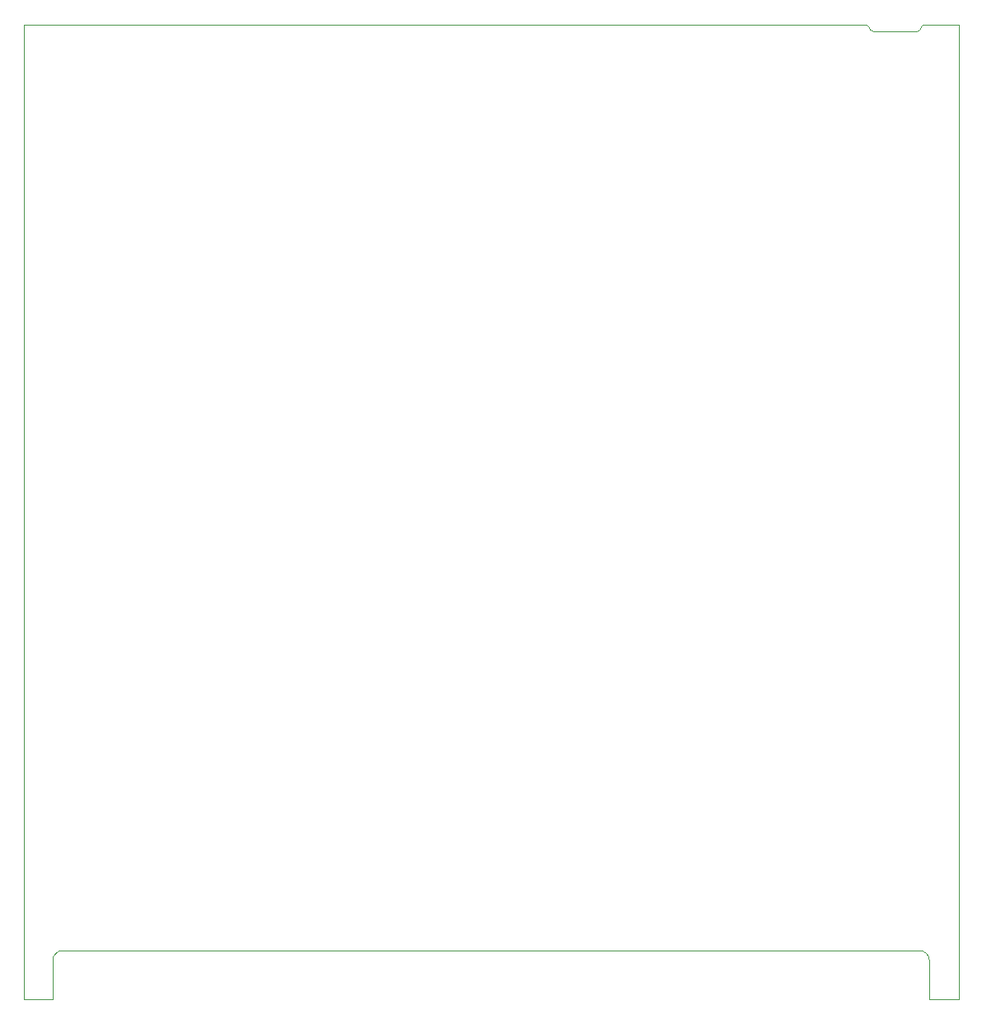
<source format=gm1>
G04 #@! TF.GenerationSoftware,KiCad,Pcbnew,5.1.5+dfsg1-2build2*
G04 #@! TF.CreationDate,2021-04-11T14:42:19-07:00*
G04 #@! TF.ProjectId,OtterCastAmp,4f747465-7243-4617-9374-416d702e6b69,rev?*
G04 #@! TF.SameCoordinates,Original*
G04 #@! TF.FileFunction,Profile,NP*
%FSLAX46Y46*%
G04 Gerber Fmt 4.6, Leading zero omitted, Abs format (unit mm)*
G04 Created by KiCad (PCBNEW 5.1.5+dfsg1-2build2) date 2021-04-11 14:42:19*
%MOMM*%
%LPD*%
G04 APERTURE LIST*
%ADD10C,0.050000*%
G04 APERTURE END LIST*
D10*
X187300000Y-50700000D02*
X191700000Y-50700000D01*
X196000000Y-50000000D02*
X192400000Y-50000001D01*
X192200001Y-50200000D02*
G75*
G02X192400000Y-50000001I199999J0D01*
G01*
X192199999Y-50200000D02*
G75*
G02X191700000Y-50699999I-499999J0D01*
G01*
X187300000Y-50700000D02*
G75*
G02X186800000Y-50200000I0J500000D01*
G01*
X186600000Y-50000000D02*
G75*
G02X186800000Y-50200000I0J-200000D01*
G01*
X100000000Y-150000000D02*
X103000000Y-150000000D01*
X103000000Y-150000000D02*
X103000000Y-146000000D01*
X103000000Y-146000000D02*
G75*
G02X104000000Y-145000000I1000000J0D01*
G01*
X192000000Y-145000000D02*
X104000000Y-145000000D01*
X192000000Y-145000000D02*
G75*
G02X193000000Y-146000000I0J-1000000D01*
G01*
X193000000Y-150000000D02*
X193000000Y-146000000D01*
X196000000Y-150000000D02*
X193000000Y-150000000D01*
X100000000Y-150000000D02*
X100000000Y-50000000D01*
X196000000Y-50000000D02*
X196000000Y-150000000D01*
X100000000Y-50000000D02*
X186600000Y-50000000D01*
M02*

</source>
